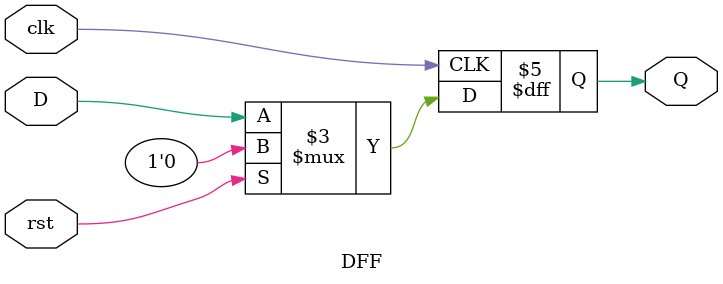
<source format=v>
`timescale 10ns/1ps

module DFF(Q, D, clk, rst);
    // input
    input clk ;
    input rst ;
    input D ;

    // output
    output Q ;
    reg Q ;

    always @(posedge clk)
    begin
        if(rst)
        Q <= 0 ;
        else 
        Q <= D ;
    end

endmodule
</source>
